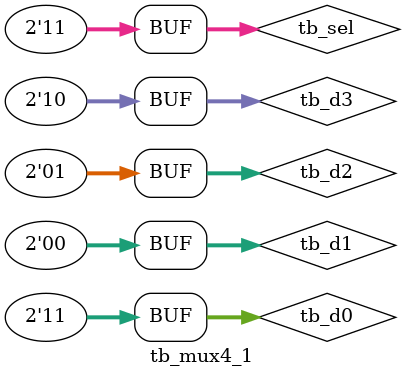
<source format=v>
`timescale 1ns / 1ps


module tb_mux4_1();

reg     [1:0]   tb_d0, tb_d1, tb_d2, tb_d3;
reg     [1:0]   tb_sel;
wire    [1:0]   tb_mux_out;

initial
    begin
        tb_d0 <= 2'b11;
        tb_d1 <= 2'b00;
        tb_d2 <= 2'b01;
        tb_d3 <= 2'b10;
        #10
        tb_sel <= 2'b00;
        #10
        tb_sel <= 2'b01;
        #10
        tb_sel <= 2'b10;
        #10
        tb_sel <= 2'b11;
    end

mux4_1  mux4_1_inst(
    .d1         (tb_d1),
    .d2         (tb_d2),
    .d3         (tb_d3),
    .d0         (tb_d0),
    .sel        (tb_sel),
    .mux_out    (tb_mux_out)
);

endmodule

</source>
